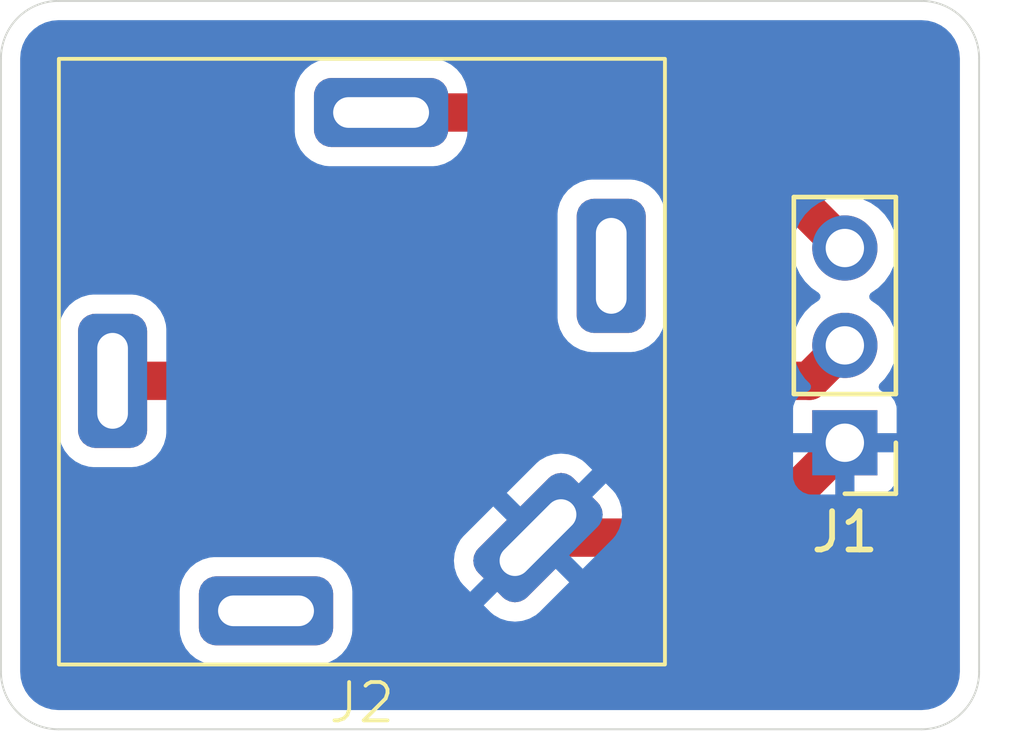
<source format=kicad_pcb>
(kicad_pcb (version 20240108) (generator "pcbnew") (generator_version "8.0")
  (layers (0 "F.Cu" signal) (31 "B.Cu" signal) (34 "B.Paste" user) (35 "F.Paste" user) (36 "B.SilkS" user "B.Silkscreen") (37 "F.SilkS" user "F.Silkscreen") (38 "B.Mask" user) (39 "F.Mask" user) (44 "Edge.Cuts" user))
  (net 0 "")
  (net 1 "/gnd")
  (net 2 "/right")
  (net 3 "/left")
  (footprint "synthesis:WQP-PJ612A-A" (layer "F.Cu") (at 126.91 112.41)
    (property "Reference" "J2" (at 0 8.9 0) (layer "F.SilkS") (effects (font (thickness 0.1))))
    (property "Value" "AudioJack3_SwitchTR")
    (fp_rect (start -7.9 -7.9) (end 7.9 7.9) (stroke (width 0.1)) (fill none) (layer "F.SilkS"))
    (pad "1" thru_hole roundrect (at 4.59 4.59 45) (size 3.5 1.8) (drill oval 2.5 0.8) (layers "*.Cu" "*.Mask") (net 1 "/gnd"))
    (pad "2" thru_hole roundrect (at 0.5 -6.5) (size 3.5 1.8) (drill oval 2.5 0.8) (layers "*.Cu" "*.Mask") (net 3 "/left"))
    (pad "3" thru_hole roundrect (at -6.5 0.5) (size 1.8 3.5) (drill oval 0.8 2.5) (layers "*.Cu" "*.Mask") (net 2 "/right"))
    (pad "4" thru_hole roundrect (at 6.5 -2.5) (size 1.8 3.5) (drill oval 0.8 2.5) (layers "*.Cu" "*.Mask"))
    (pad "5" thru_hole roundrect (at -2.5 6.5) (size 3.5 1.8) (drill oval 2.5 0.8) (layers "*.Cu" "*.Mask"))
  )
  (footprint "Connector_PinHeader_2.54mm:PinHeader_1x03_P2.54mm_Vertical" (layer "F.Cu") (at 139.5 114.525 180)
    (property "Reference" "J1" (at 0 -2.33 0) (layer "F.SilkS"))
    (property "Value" "Conn_01x03")
    (fp_line (start 1.33 1.27) (end 1.33 6.41) (stroke (width 0.12)) (layer "F.SilkS"))
    (fp_line (start -1.33 6.41) (end 1.33 6.41) (stroke (width 0.12)) (layer "F.SilkS"))
    (fp_line (start -1.33 1.27) (end 1.33 1.27) (stroke (width 0.12)) (layer "F.SilkS"))
    (fp_line (start -1.33 1.27) (end -1.33 6.41) (stroke (width 0.12)) (layer "F.SilkS"))
    (fp_line (start -1.33 0) (end -1.33 -1.33) (stroke (width 0.12)) (layer "F.SilkS"))
    (fp_line (start -1.33 -1.33) (end 0 -1.33) (stroke (width 0.12)) (layer "F.SilkS"))
    (pad "1" thru_hole rect (at 0 0 180) (size 1.7 1.7) (drill 1) (layers "*.Cu" "*.Mask") (net 1 "/gnd"))
    (pad "2" thru_hole oval (at 0 2.54 180) (size 1.7 1.7) (drill 1) (layers "*.Cu" "*.Mask") (net 2 "/right"))
    (pad "3" thru_hole oval (at 0 5.08 180) (size 1.7 1.7) (drill 1) (layers "*.Cu" "*.Mask") (net 3 "/left"))
  )
  (gr_arc (start 143 120.5) (mid 142.56066 121.56066) (end 141.5 122) (stroke (width 0.05)) (layer "Edge.Cuts"))
  (gr_arc (start 117.5 104.5) (mid 117.93934 103.43934) (end 119 103) (stroke (width 0.05)) (layer "Edge.Cuts"))
  (gr_arc (start 119 122) (mid 117.93934 121.56066) (end 117.5 120.5) (stroke (width 0.05)) (layer "Edge.Cuts"))
  (gr_arc (start 141.5 103) (mid 142.56066 103.43934) (end 143 104.5) (stroke (width 0.05)) (layer "Edge.Cuts"))
  (gr_line (start 117.5 120.5) (end 117.5 104.5) (stroke (width 0.05)) (layer "Edge.Cuts"))
  (gr_line (start 119 122) (end 141.5 122) (stroke (width 0.05)) (layer "Edge.Cuts"))
  (gr_line (start 143 104.5) (end 143 120.5) (stroke (width 0.05)) (layer "Edge.Cuts"))
  (gr_line (start 119 103) (end 141.5 103) (stroke (width 0.05)) (layer "Edge.Cuts"))
  (segment (start 137.025 117) (end 139.5 114.525) (width 1) (layer "F.Cu") (net 1))
  (segment (start 131.5 117) (end 137.025 117) (width 1) (layer "F.Cu") (net 1))
  (segment (start 138.575 112.91) (end 120.41 112.91) (width 1) (layer "F.Cu") (net 2))
  (segment (start 139.5 111.985) (end 138.575 112.91) (width 1) (layer "F.Cu") (net 2))
  (segment (start 127.41 105.91) (end 135.965 105.91) (width 1) (layer "F.Cu") (net 3))
  (segment (start 135.965 105.91) (end 139.5 109.445) (width 1) (layer "F.Cu") (net 3))
  (zone (net 1) (net_name "/gnd") (layer "B.Cu") (connect_pads (clearance 0.5)) (min_thickness 0.25) (fill yes (thermal_gap 0.5) (thermal_bridge_width 0.5))
    (polygon (pts (xy 119 103) (xy 141.5 103) (xy 141.58 103.01) (xy 141.68 103.03) (xy 141.77 103.04) (xy 141.9 103.07) (xy 141.97 103.09) (xy 142.09 103.13) (xy 142.2 103.19) (xy 142.27 103.23) (xy 142.5 103.4) (xy 142.74 103.67) (xy 142.86 103.91) (xy 142.96 104.19) (xy 142.99 104.43) (xy 143 120.49) (xy 142.97 120.79) (xy 142.89 121.04) (xy 142.78 121.28) (xy 142.58 121.53) (xy 142.29 121.77) (xy 142.04 121.89) (xy 141.73 121.97) (xy 141.4 122) (xy 141.23 122) (xy 119.05 122.01) (xy 118.56 121.93) (xy 118.25 121.79) (xy 117.91 121.55) (xy 117.69 121.24) (xy 117.56 120.96) (xy 117.5 120.59) (xy 117.5 120.36) (xy 117.49 104.53) (xy 117.54 104.13) (xy 117.63 103.89) (xy 117.75 103.66) (xy 117.92 103.46) (xy 118.1 103.3) (xy 118.3 103.18) (xy 118.56 103.07) (xy 118.82 103.01)))
  )
)
</source>
